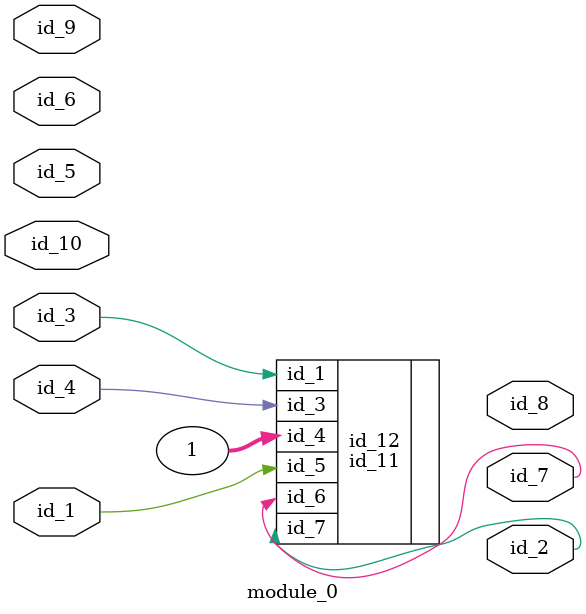
<source format=v>
module module_0 (
    id_1,
    id_2,
    id_3,
    id_4,
    id_5,
    id_6,
    id_7,
    id_8,
    id_9,
    id_10
);
  input id_10;
  input id_9;
  output id_8;
  output id_7;
  input id_6;
  input id_5;
  input id_4;
  input id_3;
  output id_2;
  input id_1;
  id_11 id_12 (
      .id_3(id_4),
      .id_6(id_8),
      .id_4((1)),
      .id_7(id_2),
      .id_1(id_9),
      .id_1(id_3),
      .id_6(id_7),
      .id_5(id_1)
  );
  id_13 id_14 (
      .id_5(id_5),
      .id_7(id_6),
      .id_6(id_6[1])
  );
endmodule

</source>
